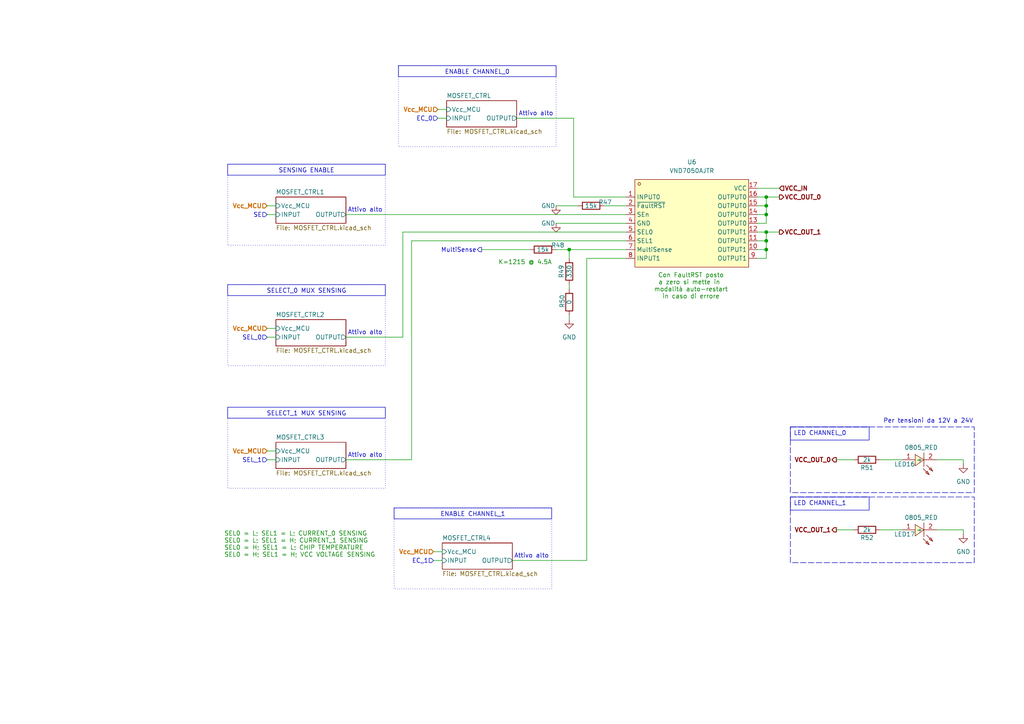
<source format=kicad_sch>
(kicad_sch (version 20250114) (generator "eeschema") (generator_version "9.0")
  (paper "A4")
  (lib_symbols
    (symbol "Device:R" (pin_numbers (hide yes)) (pin_names (offset 0))
      (property "Reference" "R" (at 2.032 0 90))
      (property "Value" "R" (at 0 0 90))
      (symbol "R_0_1"
        (rectangle (start -1.016 -2.54) (end 1.016 2.54) (stroke (width 0.254)))
      )
      (symbol "R_1_1"
        (pin passive line (at 0 3.81 270) (length 1.27) (name "~") (number "1"))
        (pin passive line (at 0 -3.81 90) (length 1.27) (name "~") (number "2"))
      )
    )
    (symbol "easyeda2kicad:FC-2012HRK-620D"
      (property "Reference" "LED" (at 0 5.08 0))
      (property "Value" "FC-2012HRK-620D" (at 0 -5.08 0))
      (symbol "FC-2012HRK-620D_0_1"
        (polyline (pts (xy -3.81 3.3) (xy -2.79 2.79) (xy -3.3 2.29) (xy -3.81 3.3)) (fill (type background)))
        (polyline (pts (xy -2.79 4.32) (xy -1.78 3.81) (xy -2.29 3.3) (xy -2.79 4.32)) (fill (type background)))
        (polyline (pts (xy -2.03 1.52) (xy -3.81 3.3)))
        (polyline (pts (xy -1.27 2.03) (xy -1.27 -2.03)))
        (polyline (pts (xy -1.02 2.54) (xy -2.79 4.32)))
        (polyline (pts (xy 1.27 -1.52) (xy -1.27 0) (xy 1.27 1.78) (xy 1.27 -1.52)) (fill (type background)))
        (pin unspecified line (at -5.08 0 0) (length 3.81) (name "-") (number "2"))
        (pin unspecified line (at 5.08 0 180) (length 3.81) (name "+") (number "1"))
      )
    )
    (symbol "easyeda2kicad:VND7050AJTR"
      (property "Reference" "U" (at 0 15.24 0))
      (property "Value" "VND7050AJTR" (at 0 -15.24 0))
      (symbol "VND7050AJTR_0_1"
        (rectangle (start -16.51 12.7) (end 16.51 -12.7) (fill (type background)))
        (circle (center -15.24 11.43) (radius 0.38))
        (pin unspecified line (at -19.05 7.62 0) (length 2.54) (name "INPUT0") (number "1"))
        (pin unspecified line (at -19.05 5.08 0) (length 2.54) (name "~{FaultRST}") (number "2"))
        (pin unspecified line (at -19.05 2.54 0) (length 2.54) (name "SEn") (number "3"))
        (pin unspecified line (at -19.05 0 0) (length 2.54) (name "GND") (number "4"))
        (pin unspecified line (at -19.05 -2.54 0) (length 2.54) (name "SEL0") (number "5"))
        (pin unspecified line (at -19.05 -5.08 0) (length 2.54) (name "SEL1") (number "6"))
        (pin unspecified line (at -19.05 -7.62 0) (length 2.54) (name "MultiSense") (number "7"))
        (pin unspecified line (at -19.05 -10.16 0) (length 2.54) (name "INPUT1") (number "8"))
        (pin unspecified line (at 19.05 10.16 180) (length 2.54) (name "VCC") (number "17"))
        (pin unspecified line (at 19.05 7.62 180) (length 2.54) (name "OUTPUT0") (number "16"))
        (pin unspecified line (at 19.05 5.08 180) (length 2.54) (name "OUTPUT0") (number "15"))
        (pin unspecified line (at 19.05 2.54 180) (length 2.54) (name "OUTPUT0") (number "14"))
        (pin unspecified line (at 19.05 0 180) (length 2.54) (name "OUTPUT0") (number "13"))
        (pin unspecified line (at 19.05 -2.54 180) (length 2.54) (name "OUTPUT1") (number "12"))
        (pin unspecified line (at 19.05 -5.08 180) (length 2.54) (name "OUTPUT1") (number "11"))
        (pin unspecified line (at 19.05 -7.62 180) (length 2.54) (name "OUTPUT1") (number "10"))
        (pin unspecified line (at 19.05 -10.16 180) (length 2.54) (name "OUTPUT1") (number "9"))
      )
    )
    (symbol "power:GND" (power) (pin_numbers (hide yes)) (pin_names (offset 0) (hide yes))
      (property "Value" "GND" (at 0 -3.81 0))
      (symbol "GND_0_1"
        (polyline (pts (xy 0 0) (xy 0 -1.27) (xy 1.27 -1.27) (xy 0 -2.54) (xy -1.27 -1.27) (xy 0 -1.27)))
      )
      (symbol "GND_1_1"
        (pin power_in line (at 0 0 270) (length 0) (name "~") (number "1"))
      )
    )
  )
  (rectangle (start 229.235 144.145) (end 282.575 163.195) (stroke (width 0) (type dash)))
  (rectangle (start 66.04 118.11) (end 111.76 141.605) (stroke (width 0) (type dot)))
  (rectangle (start 229.235 123.825) (end 282.575 142.875) (stroke (width 0) (type dash)))
  (rectangle (start 66.04 47.625) (end 111.76 71.12) (stroke (width 0) (type dot)))
  (rectangle (start 114.3 147.32) (end 160.02 170.815) (stroke (width 0) (type dot)))
  (rectangle (start 115.57 19.05) (end 161.29 42.545) (stroke (width 0) (type dot)))
  (rectangle (start 66.04 82.55) (end 111.76 106.045) (stroke (width 0) (type dot)))
  (text "K=1215 @ 4.5A" (at 144.526 76.2 0) (effects (font (size 1.27 1.27)) (justify left)))
  (text "Attivo alto" (at 154.178 161.29 0) (effects (font (size 1.27 1.27))))
  (text "Per tensioni da 12V a 24V" (at 269.24 122.174 0) (effects (font (size 1.27 1.27))))
  (text "Attivo alto" (at 105.918 132.08 0) (effects (font (size 1.27 1.27))))
  (text "Attivo alto" (at 155.448 33.02 0) (effects (font (size 1.27 1.27))))
  (text "Attivo alto" (at 105.918 60.96 0) (effects (font (size 1.27 1.27))))
  (text "SEL0 = L; SEL1 = L; CURRENT_0 SENSING\nSEL0 = L; SEL1 = H; CURRENT_1 SENSING\nSEL0 = H; SEL1 = L; CHIP TEMPERATURE\nSEL0 = H; SEL1 = H; VCC VOLTAGE SENSING" (at 65.024 157.988 0) (effects (font (size 1.27 1.27)) (justify left)))
  (text "Con FaultRST posto\na zero si mette in \nmodalità auto-restart\nin caso di errore" (at 200.406 83.058 0) (effects (font (size 1.27 1.27))))
  (text "Attivo alto" (at 105.918 96.52 0) (effects (font (size 1.27 1.27))))
  (text_box "SENSING ENABLE" (at 66.04 47.625 0) (size 45.72 3.175) (margins 0.9525 0.9525 0.9525 0.9525) (effects (font (size 1.27 1.27)) (justify top)))
  (text_box "ENABLE CHANNEL_1" (at 114.3 147.32 0) (size 45.72 3.175) (margins 0.9525 0.9525 0.9525 0.9525) (effects (font (size 1.27 1.27)) (justify top)))
  (text_box "ENABLE CHANNEL_0" (at 115.57 19.05 0) (size 45.72 3.175) (margins 0.9525 0.9525 0.9525 0.9525) (effects (font (size 1.27 1.27)) (justify top)))
  (text_box "SELECT_0 MUX SENSING" (at 66.04 82.55 0) (size 45.72 3.175) (margins 0.9525 0.9525 0.9525 0.9525) (effects (font (size 1.27 1.27)) (justify top)))
  (text_box "LED CHANNEL_1" (at 229.235 144.145 0) (size 22.86 3.81) (margins 0.9525 0.9525 0.9525 0.9525) (effects (font (size 1.27 1.27)) (justify left top)))
  (text_box "LED CHANNEL_0" (at 229.235 123.825 0) (size 22.86 3.81) (margins 0.9525 0.9525 0.9525 0.9525) (effects (font (size 1.27 1.27)) (justify left top)))
  (text_box "SELECT_1 MUX SENSING" (at 66.04 118.11 0) (size 45.72 3.175) (margins 0.9525 0.9525 0.9525 0.9525) (effects (font (size 1.27 1.27)) (justify top)))
  (junction (at 222.25 67.31))
  (junction (at 222.25 59.69))
  (junction (at 222.25 62.23))
  (junction (at 222.25 69.85))
  (junction (at 165.1 72.39))
  (junction (at 222.25 57.15))
  (junction (at 222.25 72.39))
  (wire (pts (xy 127 31.75) (xy 129.54 31.75)))
  (wire (pts (xy 165.1 82.55) (xy 165.1 83.82)))
  (wire (pts (xy 222.25 72.39) (xy 222.25 69.85)))
  (wire (pts (xy 170.18 74.93) (xy 170.18 162.56)))
  (wire (pts (xy 127 34.29) (xy 129.54 34.29)))
  (wire (pts (xy 181.61 67.31) (xy 116.84 67.31)))
  (wire (pts (xy 279.4 153.67) (xy 279.4 154.94)))
  (wire (pts (xy 77.47 62.23) (xy 80.01 62.23)))
  (wire (pts (xy 165.1 91.44) (xy 165.1 92.71)))
  (wire (pts (xy 77.47 133.35) (xy 80.01 133.35)))
  (wire (pts (xy 77.47 130.81) (xy 80.01 130.81)))
  (wire (pts (xy 161.29 59.69) (xy 167.64 59.69)))
  (wire (pts (xy 161.29 72.39) (xy 165.1 72.39)))
  (wire (pts (xy 125.73 162.56) (xy 128.27 162.56)))
  (wire (pts (xy 255.27 153.67) (xy 261.62 153.67)))
  (wire (pts (xy 222.25 57.15) (xy 226.06 57.15)))
  (wire (pts (xy 219.71 74.93) (xy 222.25 74.93)))
  (wire (pts (xy 77.47 95.25) (xy 80.01 95.25)))
  (wire (pts (xy 222.25 59.69) (xy 222.25 57.15)))
  (wire (pts (xy 219.71 72.39) (xy 222.25 72.39)))
  (wire (pts (xy 166.37 34.29) (xy 149.86 34.29)))
  (wire (pts (xy 219.71 69.85) (xy 222.25 69.85)))
  (wire (pts (xy 181.61 74.93) (xy 170.18 74.93)))
  (wire (pts (xy 181.61 69.85) (xy 119.38 69.85)))
  (wire (pts (xy 139.7 72.39) (xy 153.67 72.39)))
  (wire (pts (xy 161.29 64.77) (xy 181.61 64.77)))
  (wire (pts (xy 181.61 57.15) (xy 166.37 57.15)))
  (wire (pts (xy 271.78 133.35) (xy 279.4 133.35)))
  (wire (pts (xy 219.71 54.61) (xy 226.06 54.61)))
  (wire (pts (xy 77.47 97.79) (xy 80.01 97.79)))
  (wire (pts (xy 222.25 62.23) (xy 222.25 59.69)))
  (wire (pts (xy 219.71 62.23) (xy 222.25 62.23)))
  (wire (pts (xy 242.57 133.35) (xy 247.65 133.35)))
  (wire (pts (xy 175.26 59.69) (xy 181.61 59.69)))
  (wire (pts (xy 255.27 133.35) (xy 261.62 133.35)))
  (wire (pts (xy 279.4 133.35) (xy 279.4 134.62)))
  (wire (pts (xy 222.25 69.85) (xy 222.25 67.31)))
  (wire (pts (xy 219.71 57.15) (xy 222.25 57.15)))
  (wire (pts (xy 77.47 59.69) (xy 80.01 59.69)))
  (wire (pts (xy 165.1 72.39) (xy 181.61 72.39)))
  (wire (pts (xy 166.37 57.15) (xy 166.37 34.29)))
  (wire (pts (xy 165.1 72.39) (xy 165.1 74.93)))
  (wire (pts (xy 125.73 160.02) (xy 128.27 160.02)))
  (wire (pts (xy 100.33 133.35) (xy 119.38 133.35)))
  (wire (pts (xy 242.57 153.67) (xy 247.65 153.67)))
  (wire (pts (xy 116.84 97.79) (xy 100.33 97.79)))
  (wire (pts (xy 116.84 67.31) (xy 116.84 97.79)))
  (wire (pts (xy 222.25 74.93) (xy 222.25 72.39)))
  (wire (pts (xy 222.25 67.31) (xy 226.06 67.31)))
  (wire (pts (xy 219.71 59.69) (xy 222.25 59.69)))
  (wire (pts (xy 119.38 69.85) (xy 119.38 133.35)))
  (wire (pts (xy 219.71 67.31) (xy 222.25 67.31)))
  (wire (pts (xy 100.33 62.23) (xy 181.61 62.23)))
  (wire (pts (xy 219.71 64.77) (xy 222.25 64.77)))
  (wire (pts (xy 271.78 153.67) (xy 279.4 153.67)))
  (wire (pts (xy 222.25 64.77) (xy 222.25 62.23)))
  (wire (pts (xy 148.59 162.56) (xy 170.18 162.56)))
  (hierarchical_label "Vcc_MCU" (shape input) (at 125.73 160.02 180) (effects (font (thickness 0.254) (bold yes))))
  (hierarchical_label "SE" (shape input) (at 77.47 62.23 180))
  (hierarchical_label "MultiSense" (shape output) (at 139.7 72.39 180))
  (hierarchical_label "SEL_0" (shape input) (at 77.47 97.79 180))
  (hierarchical_label "SEL_1" (shape input) (at 77.47 133.35 180))
  (hierarchical_label "EC_0" (shape input) (at 127 34.29 180))
  (hierarchical_label "VCC_OUT_1" (shape output) (at 242.57 153.67 180) (effects (font (thickness 0.254) (bold yes))))
  (hierarchical_label "Vcc_MCU" (shape input) (at 77.47 130.81 180) (effects (font (thickness 0.254) (bold yes))))
  (hierarchical_label "Vcc_MCU" (shape input) (at 77.47 59.69 180) (effects (font (thickness 0.254) (bold yes))))
  (hierarchical_label "VCC_OUT_0" (shape output) (at 226.06 57.15 0) (effects (font (thickness 0.254) (bold yes))))
  (hierarchical_label "VCC_OUT_1" (shape output) (at 226.06 67.31 0) (effects (font (thickness 0.254) (bold yes))))
  (hierarchical_label "Vcc_MCU" (shape input) (at 127 31.75 180) (effects (font (thickness 0.254) (bold yes))))
  (hierarchical_label "VCC_OUT_0" (shape output) (at 242.57 133.35 180) (effects (font (thickness 0.254) (bold yes))))
  (hierarchical_label "EC_1" (shape input) (at 125.73 162.56 180))
  (hierarchical_label "VCC_IN" (shape input) (at 226.06 54.61 0) (effects (font (thickness 0.254) (bold yes))))
  (hierarchical_label "Vcc_MCU" (shape input) (at 77.47 95.25 180) (effects (font (thickness 0.254) (bold yes))))
  (symbol (lib_id "power:GND") (at 165.1 92.71 0) (unit 1)
    (property "Reference" "#PWR051" (effects (hide yes)))
    (property "Value" "GND" (at 165.1 97.79 0))
    (property "Description" "Power symbol creates a global label with name \"GND\" , ground" (effects (hide yes)))
    (instances (project "HUB_MPE" (path "" (reference "#PWR056") (unit 1)) (path "" (reference "#PWR051") (unit 1))))
  )
  (symbol (lib_id "easyeda2kicad:VND7050AJTR") (at 200.66 64.77 0) (unit 1)
    (property "Reference" "U5" (at 200.66 46.99 0))
    (property "Value" "VND7050AJTR" (at 200.66 49.53 0))
    (property "Footprint" "easyeda2kicad:POWERSSO-16_L4.9-W3.9-P0.50-LS6.0-BL-EP" (effects (hide yes)))
    (property "Datasheet" "https://lcsc.com/product-detail/PMIC-Power-Distribution-Switches_STMicroelectronics-VND7050AJTR_C443997.html" (effects (hide yes)))
    (property "LCSC Part" "C443997" (effects (hide yes)))
    (property "LCSC" "C443997" (effects (hide yes)))
    (instances (project "HUB_MPE" (path "" (reference "U6") (unit 1)) (path "" (reference "U5") (unit 1))))
  )
  (symbol (lib_id "Device:R") (at 251.46 153.67 270) (unit 1)
    (property "Reference" "R46" (at 251.46 155.956 90))
    (property "Value" "2k" (at 251.46 153.67 90))
    (property "Footprint" "Resistor_SMD:R_0603_1608Metric" (effects (hide yes)))
    (property "Description" "Resistor" (effects (hide yes)))
    (property "LCSC" "C22975" (effects (hide yes)))
    (instances (project "HUB_MPE" (path "" (reference "R52") (unit 1)) (path "" (reference "R46") (unit 1))))
  )
  (symbol (lib_id "Device:R") (at 165.1 78.74 180) (unit 1)
    (property "Reference" "R43" (at 162.814 78.74 90))
    (property "Value" "330" (at 165.1 78.74 90))
    (property "Footprint" "Resistor_SMD:R_0603_1608Metric" (effects (hide yes)))
    (property "Description" "Resistor" (effects (hide yes)))
    (property "LCSC" "C23138" (effects (hide yes)))
    (instances (project "HUB_MPE" (path "" (reference "R49") (unit 1)) (path "" (reference "R43") (unit 1))))
  )
  (symbol (lib_id "Device:R") (at 165.1 87.63 180) (unit 1)
    (property "Reference" "R44" (at 163.068 87.376 90))
    (property "Value" "0" (at 165.1 87.63 90))
    (property "Footprint" "Resistor_SMD:R_0603_1608Metric" (effects (hide yes)))
    (property "Description" "Resistor" (effects (hide yes)))
    (property "LCSC" "C21189" (effects (hide yes)))
    (instances (project "HUB_MPE" (path "" (reference "R50") (unit 1)) (path "" (reference "R44") (unit 1))))
  )
  (symbol (lib_id "power:GND") (at 161.29 64.77 0) (unit 1)
    (property "Reference" "#PWR050" (effects (hide yes)))
    (property "Value" "GND" (at 159.004 64.77 0))
    (property "Description" "Power symbol creates a global label with name \"GND\" , ground" (effects (hide yes)))
    (instances (project "HUB_MPE" (path "" (reference "#PWR055") (unit 1)) (path "" (reference "#PWR050") (unit 1))))
  )
  (symbol (lib_id "easyeda2kicad:FC-2012HRK-620D") (at 266.7 153.67 180) (unit 1)
    (property "Reference" "LED15" (at 265.43 154.94 0) (effects (justify left)))
    (property "Value" "0805_RED" (at 272.034 150.114 0) (effects (justify left)))
    (property "Footprint" "easyeda2kicad:LED0805-R-RD" (effects (hide yes)))
    (property "Datasheet" "https://lcsc.com/product-detail/Light-Emitting-Diodes-LED_Red-LED-SMDLED-80-180mcd_C84256.html" (effects (hide yes)))
    (property "LCSC Part" "C84256" (effects (hide yes)))
    (property "LCSC" "C84256" (effects (hide yes)))
    (instances (project "HUB_MPE" (path "" (reference "LED17") (unit 1)) (path "" (reference "LED15") (unit 1))))
  )
  (symbol (lib_id "power:GND") (at 279.4 154.94 0) (unit 1)
    (property "Reference" "#PWR053" (effects (hide yes)))
    (property "Value" "GND" (at 279.4 160.02 0))
    (property "Description" "Power symbol creates a global label with name \"GND\" , ground" (effects (hide yes)))
    (instances (project "HUB_MPE" (path "" (reference "#PWR058") (unit 1)) (path "" (reference "#PWR053") (unit 1))))
  )
  (symbol (lib_id "Device:R") (at 171.45 59.69 90) (unit 1)
    (property "Reference" "R41" (at 175.514 58.674 90))
    (property "Value" "15k" (at 171.45 59.69 90))
    (property "Footprint" "Resistor_SMD:R_0603_1608Metric" (effects (hide yes)))
    (property "Description" "Resistor" (effects (hide yes)))
    (property "LCSC" "C22809" (effects (hide yes)))
    (instances (project "HUB_MPE" (path "" (reference "R47") (unit 1)) (path "" (reference "R41") (unit 1))))
  )
  (symbol (lib_id "power:GND") (at 161.29 59.69 0) (unit 1)
    (property "Reference" "#PWR049" (effects (hide yes)))
    (property "Value" "GND" (at 159.004 59.69 0))
    (property "Description" "Power symbol creates a global label with name \"GND\" , ground" (effects (hide yes)))
    (instances (project "HUB_MPE" (path "" (reference "#PWR054") (unit 1)) (path "" (reference "#PWR049") (unit 1))))
  )
  (symbol (lib_id "easyeda2kicad:FC-2012HRK-620D") (at 266.7 133.35 180) (unit 1)
    (property "Reference" "LED14" (at 265.43 134.62 0) (effects (justify left)))
    (property "Value" "0805_RED" (at 272.034 129.794 0) (effects (justify left)))
    (property "Footprint" "easyeda2kicad:LED0805-R-RD" (effects (hide yes)))
    (property "Datasheet" "https://lcsc.com/product-detail/Light-Emitting-Diodes-LED_Red-LED-SMDLED-80-180mcd_C84256.html" (effects (hide yes)))
    (property "LCSC Part" "C84256" (effects (hide yes)))
    (property "LCSC" "C84256" (effects (hide yes)))
    (instances (project "HUB_MPE" (path "" (reference "LED16") (unit 1)) (path "" (reference "LED14") (unit 1))))
  )
  (symbol (lib_id "Device:R") (at 251.46 133.35 270) (unit 1)
    (property "Reference" "R45" (at 251.46 135.636 90))
    (property "Value" "2k" (at 251.46 133.35 90))
    (property "Footprint" "Resistor_SMD:R_0603_1608Metric" (effects (hide yes)))
    (property "Description" "Resistor" (effects (hide yes)))
    (property "LCSC" "C22975" (effects (hide yes)))
    (instances (project "HUB_MPE" (path "" (reference "R51") (unit 1)) (path "" (reference "R45") (unit 1))))
  )
  (symbol (lib_id "Device:R") (at 157.48 72.39 90) (unit 1)
    (property "Reference" "R42" (at 161.798 71.12 90))
    (property "Value" "15k" (at 157.48 72.39 90))
    (property "Footprint" "Resistor_SMD:R_0603_1608Metric" (effects (hide yes)))
    (property "Description" "Resistor" (effects (hide yes)))
    (property "LCSC" "C22809" (effects (hide yes)))
    (instances (project "HUB_MPE" (path "" (reference "R48") (unit 1)) (path "" (reference "R42") (unit 1))))
  )
  (symbol (lib_id "power:GND") (at 279.4 134.62 0) (unit 1)
    (property "Reference" "#PWR052" (effects (hide yes)))
    (property "Value" "GND" (at 279.4 139.7 0))
    (property "Description" "Power symbol creates a global label with name \"GND\" , ground" (effects (hide yes)))
    (instances (project "HUB_MPE" (path "" (reference "#PWR057") (unit 1)) (path "" (reference "#PWR052") (unit 1))))
  )
  (sheet (at 129.54 29.21) (size 20.32 7.62) (stroke (width 0.1524))
    (property "Sheetname" "MOSFET_CTRL" (at 129.54 28.4984 0) (effects (justify left bottom)))
    (property "Sheetfile" "MOSFET_CTRL.kicad_sch" (at 129.54 37.4146 0) (effects (justify left top)))
    (pin "INPUT" input (at 129.54 34.29 180))
    (pin "OUTPUT" output (at 149.86 34.29 0))
    (pin "Vcc_MCU" input (at 129.54 31.75 180))
  )
  (sheet (at 128.27 157.48) (size 20.32 7.62) (stroke (width 0.1524))
    (property "Sheetname" "MOSFET_CTRL4" (at 128.27 156.7684 0) (effects (justify left bottom)))
    (property "Sheetfile" "MOSFET_CTRL.kicad_sch" (at 128.27 165.6846 0) (effects (justify left top)))
    (pin "INPUT" input (at 128.27 162.56 180))
    (pin "OUTPUT" output (at 148.59 162.56 0))
    (pin "Vcc_MCU" input (at 128.27 160.02 180))
  )
  (sheet (at 80.01 128.27) (size 20.32 7.62) (stroke (width 0.1524))
    (property "Sheetname" "MOSFET_CTRL3" (at 80.01 127.5584 0) (effects (justify left bottom)))
    (property "Sheetfile" "MOSFET_CTRL.kicad_sch" (at 80.01 136.4746 0) (effects (justify left top)))
    (pin "INPUT" input (at 80.01 133.35 180))
    (pin "OUTPUT" output (at 100.33 133.35 0))
    (pin "Vcc_MCU" input (at 80.01 130.81 180))
  )
  (sheet (at 80.01 57.15) (size 20.32 7.62) (stroke (width 0.1524))
    (property "Sheetname" "MOSFET_CTRL1" (at 80.01 56.4384 0) (effects (justify left bottom)))
    (property "Sheetfile" "MOSFET_CTRL.kicad_sch" (at 80.01 65.3546 0) (effects (justify left top)))
    (pin "INPUT" input (at 80.01 62.23 180))
    (pin "OUTPUT" output (at 100.33 62.23 0))
    (pin "Vcc_MCU" input (at 80.01 59.69 180))
  )
  (sheet (at 80.01 92.71) (size 20.32 7.62) (stroke (width 0.1524))
    (property "Sheetname" "MOSFET_CTRL2" (at 80.01 91.9984 0) (effects (justify left bottom)))
    (property "Sheetfile" "MOSFET_CTRL.kicad_sch" (at 80.01 100.9146 0) (effects (justify left top)))
    (pin "INPUT" input (at 80.01 97.79 180))
    (pin "OUTPUT" output (at 100.33 97.79 0))
    (pin "Vcc_MCU" input (at 80.01 95.25 180))
  )
)
</source>
